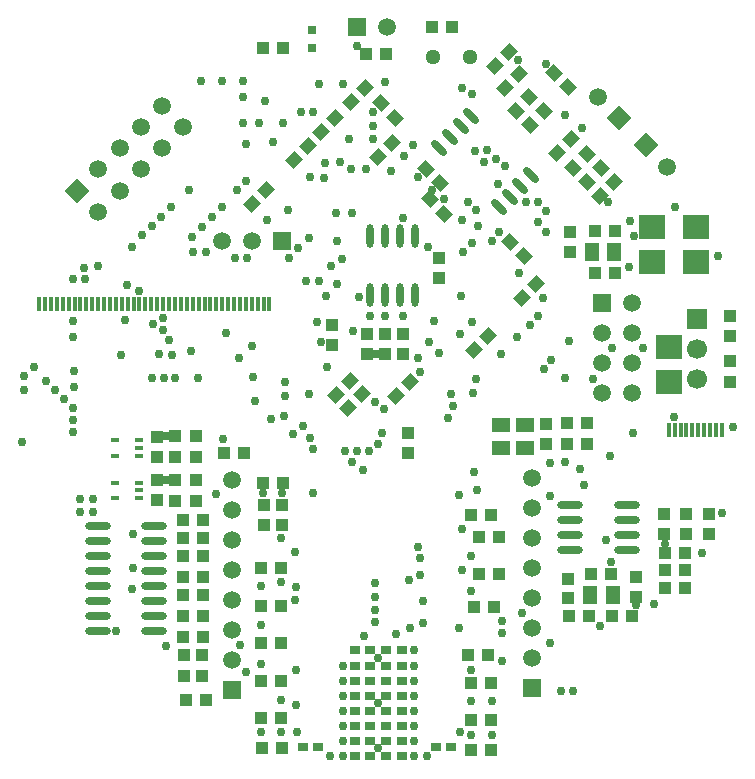
<source format=gts>
%FSDAX23Y23*%
%MOIN*%
%SFA1B1*%

%IPPOS*%
%AMD13*
4,1,4,0.006900,-0.023600,0.023600,-0.006900,-0.006900,0.023600,-0.023600,0.006900,0.006900,-0.023600,0.0*
1,1,0.023600,0.015300,-0.015300*
1,1,0.023600,-0.015300,0.015300*
%
%AMD17*
4,1,4,-0.001300,0.029200,-0.029200,0.001300,0.001300,-0.029200,0.029200,-0.001300,-0.001300,0.029200,0.0*
%
%AMD18*
4,1,4,0.029200,0.001300,0.001300,0.029200,-0.029200,-0.001300,-0.001300,-0.029200,0.029200,0.001300,0.0*
%
%AMD35*
4,1,4,-0.041700,0.000000,0.000000,-0.041700,0.041700,0.000000,0.000000,0.041700,-0.041700,0.000000,0.0*
%
%AMD40*
4,1,4,0.000000,-0.041700,0.041700,0.000000,0.000000,0.041700,-0.041700,0.000000,0.000000,-0.041700,0.0*
%
%ADD10R,0.039400X0.043300*%
%ADD11R,0.043300X0.039400*%
%ADD12R,0.031500X0.031500*%
G04~CAMADD=13~3~0.0~0.0~236.0~669.0~0.0~0.0~0~0.0~0.0~0.0~0.0~0~0.0~0.0~0.0~0.0~0~0.0~0.0~0.0~225.0~540.0~540.0*
%ADD13D13*%
%ADD14O,0.023600X0.078700*%
%ADD15O,0.086600X0.023600*%
%ADD16R,0.027600X0.015700*%
G04~CAMADD=17~9~0.0~0.0~394.0~433.0~0.0~0.0~0~0.0~0.0~0.0~0.0~0~0.0~0.0~0.0~0.0~0~0.0~0.0~0.0~45.0~584.0~583.0*
%ADD17D17*%
G04~CAMADD=18~9~0.0~0.0~394.0~433.0~0.0~0.0~0~0.0~0.0~0.0~0.0~0~0.0~0.0~0.0~0.0~0~0.0~0.0~0.0~315.0~584.0~583.0*
%ADD18D18*%
%ADD19R,0.035400X0.027600*%
%ADD20R,0.059100X0.059100*%
%ADD21C,0.059100*%
%ADD22R,0.013800X0.049200*%
%ADD23R,0.086600X0.078700*%
%ADD24R,0.051200X0.059100*%
%ADD25R,0.059100X0.051200*%
%ADD26R,0.011800X0.049200*%
G04~CAMADD=35~10~0.0~590.4~0.0~0.0~0.0~0.0~0~0.0~0.0~0.0~0.0~0~0.0~0.0~0.0~0.0~0~0.0~0.0~0.0~135.0~590.4~0.0*
%ADD35D35*%
%ADD36C,0.051200*%
%ADD37R,0.059100X0.059100*%
%ADD38R,0.066900X0.066900*%
%ADD39C,0.066900*%
G04~CAMADD=40~10~0.0~590.4~0.0~0.0~0.0~0.0~0~0.0~0.0~0.0~0.0~0~0.0~0.0~0.0~0.0~0~0.0~0.0~0.0~225.0~590.4~0.0*
%ADD40D40*%
%ADD41C,0.030000*%
%LNde-020717-1*%
%LPD*%
G54D10*
X03885Y03148D03*
Y03081D03*
X03880Y01925D03*
Y01991D03*
X02865Y02171D03*
Y02238D03*
X03330Y02808D03*
Y02741D03*
X04105Y01998D03*
Y01931D03*
X02600Y01735D03*
Y01668D03*
X03210Y02741D03*
Y02808D03*
X03270Y02741D03*
Y02808D03*
X04420Y02715D03*
Y02648D03*
Y02801D03*
Y02868D03*
X03447Y03059D03*
Y02992D03*
X04350Y02207D03*
Y02140D03*
X04200Y02207D03*
Y02140D03*
X02509Y02319D03*
Y02252D03*
X02660Y01668D03*
Y01735D03*
X02509Y02464D03*
Y02397D03*
X03344Y02409D03*
Y02476D03*
X02925Y02238D03*
Y02171D03*
X03092Y02837D03*
Y02770D03*
X03805Y02441D03*
Y02508D03*
X04273Y02208D03*
Y02141D03*
G54D11*
X04268Y02077D03*
X04201D03*
X03943Y02510D03*
X03876D03*
X04025Y01866D03*
X04092D03*
X02637Y02321D03*
X02570D03*
Y02251D03*
X02637D03*
X02596Y01795D03*
X02663D03*
X02661Y01865D03*
X02594D03*
X02663Y01935D03*
X02596D03*
X02663Y01995D03*
X02596D03*
X02637Y02466D03*
X02570D03*
X02663Y02065D03*
X02596D03*
X02663Y02125D03*
X02596D03*
X02663Y02185D03*
X02596D03*
X02861Y03760D03*
X02928D03*
X02570Y02396D03*
X02637D03*
X03273Y03740D03*
X03206D03*
X04270Y01961D03*
X04203D03*
X04270Y02019D03*
X04203D03*
X04036Y03150D03*
X03969D03*
X04036Y03011D03*
X03969D03*
X03948Y01865D03*
X03881D03*
X04023Y02005D03*
X03956D03*
X02673Y01585D03*
X02606D03*
X02731Y02410D03*
X02798D03*
X03492Y03831D03*
X03425D03*
X02858Y01427D03*
X02925D03*
X02856Y01525D03*
X02923D03*
X02856Y01650D03*
X02923D03*
X02856Y01775D03*
X02923D03*
X02856Y01900D03*
X02923D03*
X02856Y02025D03*
X02923D03*
X03623Y02202D03*
X03556D03*
X03648Y02130D03*
X03581D03*
X03648Y02005D03*
X03581D03*
X03876Y02440D03*
X03943D03*
X03633Y01897D03*
X03566D03*
X03613Y01735D03*
X03546D03*
X03623Y01642D03*
X03556D03*
X03623Y01521D03*
X03556D03*
X03623Y01420D03*
X03556D03*
X02928Y02310D03*
X02861D03*
G54D12*
X03025Y03819D03*
Y03760D03*
G54D13*
X03649Y03229D03*
X03684Y03264D03*
X03720Y03300D03*
X03755Y03335D03*
X03450Y03428D03*
X03485Y03463D03*
X03521Y03499D03*
X03556Y03534D03*
G54D14*
X03219Y02936D03*
X03269D03*
X03319D03*
X03369D03*
X03219Y03133D03*
X03269D03*
X03319D03*
X03369D03*
G54D15*
X03886Y02235D03*
Y02185D03*
Y02135D03*
Y02085D03*
X04075Y02235D03*
Y02185D03*
Y02135D03*
Y02085D03*
X02500Y01815D03*
Y01865D03*
Y01915D03*
Y01965D03*
Y02015D03*
Y02065D03*
Y02115D03*
Y02165D03*
X02311Y01815D03*
Y01865D03*
Y01915D03*
Y01965D03*
Y02015D03*
Y02065D03*
Y02115D03*
Y02165D03*
G54D16*
X02449Y02260D03*
Y02286D03*
Y02311D03*
X02368D03*
Y02260D03*
X02449Y02401D03*
Y02427D03*
Y02452D03*
X02368D03*
Y02401D03*
G54D17*
X03752Y03504D03*
X03704Y03551D03*
X03878Y03631D03*
X03831Y03678D03*
X03942Y03313D03*
X03895Y03360D03*
X03256Y03575D03*
X03303Y03528D03*
X03453Y03311D03*
X03406Y03358D03*
X03750Y03597D03*
X03798Y03550D03*
X03941Y03406D03*
X03988Y03359D03*
X03733Y03066D03*
X03686Y03113D03*
X03466Y03208D03*
X03419Y03255D03*
G54D18*
X03984Y03267D03*
X04031Y03314D03*
X03056Y03481D03*
X03103Y03528D03*
X03714Y03674D03*
X03667Y03627D03*
X03888Y03458D03*
X03841Y03411D03*
X03683Y03748D03*
X03636Y03701D03*
X03613Y02801D03*
X03566Y02754D03*
X03306Y02601D03*
X03353Y02648D03*
X03193Y02608D03*
X03146Y02561D03*
X03151Y02650D03*
X03104Y02603D03*
X03772Y02972D03*
X03725Y02925D03*
X03156Y03581D03*
X03203Y03628D03*
X02966Y03386D03*
X03013Y03433D03*
X02826Y03241D03*
X02873Y03288D03*
X03244Y03395D03*
X03291Y03442D03*
G54D19*
X03167Y01753D03*
X03219D03*
X03324D03*
X03273D03*
X03167Y01701D03*
X03219D03*
X03167Y01651D03*
X03219D03*
X03167Y01601D03*
X03219D03*
X03167Y01551D03*
X03219D03*
X03167Y01501D03*
X03219D03*
X03167Y01451D03*
X03219D03*
X03167Y01401D03*
X03219D03*
X03045Y01430D03*
X02994D03*
X03439D03*
X03490D03*
X03324Y01401D03*
X03273D03*
X03324Y01451D03*
X03273D03*
X03324Y01501D03*
X03273D03*
X03324Y01551D03*
X03273D03*
X03324Y01601D03*
X03273D03*
X03324Y01651D03*
X03273D03*
X03324Y01701D03*
X03273D03*
G54D20*
X02925Y03115D03*
X03175Y03830D03*
G54D21*
X02825Y03115D03*
X02725D03*
X02596Y03496D03*
X02525Y03567D03*
Y03425D03*
X02455Y03496D03*
Y03355D03*
X02384Y03425D03*
Y03284D03*
X02313Y03355D03*
Y03213D03*
X03275Y03830D03*
X03760Y02325D03*
Y02225D03*
Y02125D03*
Y02025D03*
Y01925D03*
Y01825D03*
Y01725D03*
X02757Y02321D03*
Y02221D03*
Y02121D03*
Y02021D03*
Y01921D03*
Y01821D03*
Y01721D03*
X03979Y03595D03*
X04210Y03364D03*
X04093Y02911D03*
X03993Y02811D03*
X04093D03*
X03993Y02711D03*
X04093D03*
X03993Y02611D03*
X04093D03*
G54D22*
X04214Y02485D03*
X04234D03*
X04254D03*
X04273D03*
X04293D03*
X04313D03*
X04332D03*
X04352D03*
X04372D03*
X04393D03*
G54D23*
X04215Y02645D03*
Y02764D03*
X04305Y03045D03*
Y03164D03*
X04160Y03045D03*
Y03164D03*
G54D24*
X03957Y03080D03*
X04032D03*
X03952Y01935D03*
X04027D03*
G54D25*
X03735Y02427D03*
Y02502D03*
X03655Y02427D03*
Y02502D03*
G54D26*
X02116Y02905D03*
X02135D03*
X02155D03*
X02175D03*
X02194D03*
X02214D03*
X02234D03*
X02253D03*
X02273D03*
X02293D03*
X02312D03*
X02332D03*
X02352D03*
X02371D03*
X02391D03*
X02411D03*
X02431D03*
X02450D03*
X02470D03*
X02490D03*
X02509D03*
X02529D03*
X02549D03*
X02568D03*
X02588D03*
X02608D03*
X02627D03*
X02647D03*
X02667D03*
X02686D03*
X02706D03*
X02726D03*
X02745D03*
X02765D03*
X02785D03*
X02805D03*
X02824D03*
X02844D03*
X02864D03*
X02883D03*
G54D35*
X02242Y03284D03*
G54D36*
X03429Y03730D03*
X03551D03*
G54D37*
X03760Y01625D03*
X02757Y01621D03*
X03993Y02911D03*
G54D38*
X04310Y02855D03*
G54D39*
X04310Y02755D03*
Y02655D03*
G54D40*
X04050Y03525D03*
X04140Y03435D03*
G54D41*
X02230Y02795D03*
Y02850D03*
X02390Y02735D03*
X02495Y02840D03*
X02530Y02860D03*
X02548Y02788D03*
X02265Y03026D03*
X02268Y02989D03*
X02311Y03032D03*
X02515Y02740D03*
X02251Y02213D03*
X02294D03*
X02251Y02256D03*
X02294D03*
X04083Y03030D03*
X03805Y03145D03*
X03817Y02378D03*
Y02266D03*
X02706Y02272D03*
X03711Y03720D03*
X03926Y03492D03*
X03870Y03537D03*
X03544Y03245D03*
X03571Y03219D03*
X03465Y03258D03*
X03424Y03288D03*
X03574Y02287D03*
X03411Y03095D03*
X02850Y03510D03*
X03525Y03185D03*
X03220Y02865D03*
X03568Y03417D03*
X03330Y02865D03*
X02972Y01569D03*
Y01963D03*
X02925Y02275D03*
X02970Y02080D03*
X02923Y01980D03*
Y02125D03*
X03563Y02609D03*
X03395Y01915D03*
X03710Y02795D03*
X03515Y02270D03*
X03780Y02865D03*
X03526Y02021D03*
X03489Y02607D03*
X03571Y02655D03*
X03624Y01469D03*
X03556Y01470D03*
X03027Y02423D03*
X03304Y01806D03*
X03351Y01825D03*
X03395Y01844D03*
X03386Y02003D03*
X03478Y02526D03*
X03415Y02779D03*
X03447Y02744D03*
X03127Y01701D03*
X03365Y01752D03*
Y01700D03*
Y01651D03*
Y01599D03*
Y01550D03*
Y01501D03*
Y01450D03*
Y01400D03*
X03127Y01401D03*
Y01451D03*
Y01501D03*
Y01551D03*
Y01601D03*
Y01651D03*
X03195Y02354D03*
X03110Y02972D03*
X03410Y01400D03*
X03556Y01584D03*
Y01687D03*
X03555Y01950D03*
Y02067D03*
X03624Y01582D03*
X03270Y02865D03*
X02691Y03196D03*
X03650Y03145D03*
X03715Y03010D03*
X03260Y02475D03*
X03265Y02555D03*
X03075Y02695D03*
X03015Y02605D03*
X03235Y02580D03*
X02875Y03185D03*
X03020Y03330D03*
X03070Y03375D03*
X03150Y03455D03*
X03230Y03545D03*
Y03500D03*
X03030Y03545D03*
X03520Y02808D03*
X03560Y02845D03*
X03380Y03330D03*
X03055Y02780D03*
X03235Y01975D03*
Y01930D03*
X03350Y01985D03*
X03385Y02060D03*
X03525Y02155D03*
X03200Y01800D03*
X02730Y02455D03*
X02835Y02583D03*
X03020Y02460D03*
X02994Y02500D03*
X02961Y02474D03*
X02932Y02533D03*
X02935Y02600D03*
X03235Y01885D03*
X02888Y02524D03*
X02935Y02645D03*
X03235Y01845D03*
X03379Y02726D03*
X03385Y02681D03*
X03646Y03306D03*
X03656Y02739D03*
X03660Y01715D03*
Y01810D03*
Y01850D03*
X03725Y01875D03*
X03600Y03380D03*
X03610Y03420D03*
X03230Y03455D03*
X03515Y01825D03*
X02970Y01920D03*
X03560Y03605D03*
X03525Y03625D03*
X02521Y03197D03*
X02460Y03135D03*
X02625Y03130D03*
X02658Y03163D03*
X02491Y03166D03*
X02556Y03229D03*
X02724D03*
X02615Y03285D03*
X02775D03*
X02170Y02620D03*
X02140Y02650D03*
X02100Y02695D03*
X02065Y02665D03*
X02425Y03095D03*
X02630Y03080D03*
X02200Y02590D03*
X02065Y02620D03*
X02060Y02445D03*
X02230Y02560D03*
Y02520D03*
Y02480D03*
X02923Y01587D03*
Y01480D03*
X02972Y01686D03*
X02855Y01480D03*
Y01705D03*
Y01835D03*
Y01965D03*
X03740Y03245D03*
X03780D03*
X03670Y03365D03*
X03805Y03215D03*
X03780Y03180D03*
X03640Y03390D03*
X04380Y03065D03*
X04235Y03230D03*
X02805Y03440D03*
X03530Y03080D03*
X03065Y03325D03*
X02895Y03445D03*
X03751Y02837D03*
X03521Y02933D03*
X03795Y02925D03*
X03379Y02097D03*
X03027Y02276D03*
X04094Y02476D03*
X04429Y02498D03*
X04326Y02078D03*
X04201Y02107D03*
X04393Y02210D03*
X03820Y01777D03*
X03932Y02304D03*
X03126Y03058D03*
X03014Y03125D03*
X02980Y03092D03*
X02947Y03060D03*
X02430Y02140D03*
Y02025D03*
X03120Y03380D03*
X02945Y03220D03*
X03580Y03165D03*
X03870Y02660D03*
X02805Y03315D03*
X02795Y03510D03*
X02868Y03584D03*
X02795Y03595D03*
X02655Y03650D03*
X02795D03*
X02725D03*
X03495Y02565D03*
X03087Y03034D03*
X03110Y03115D03*
X03105Y03210D03*
X03160D03*
X03155Y03355D03*
X03205D03*
X03050Y03640D03*
X02930Y03510D03*
X02990Y03545D03*
X03175Y03765D03*
X03130Y03640D03*
X03270Y03645D03*
X02623Y02751D03*
X02533Y02660D03*
X02570D03*
X02805Y01680D03*
X02785Y01770D03*
X03520Y01480D03*
X02975D03*
X03085Y01400D03*
X04165Y01905D03*
X03855Y01615D03*
X03895D03*
X02740Y02811D03*
X02425Y01955D03*
X03625Y03115D03*
X03560Y03110D03*
X03962Y02657D03*
X03882Y02782D03*
X03797Y02691D03*
X03823Y02719D03*
X03363Y03436D03*
X04025Y02760D03*
X04129Y02761D03*
X03244Y01428D03*
X03246Y01576D03*
X03245Y01728D03*
X02373Y01816D03*
X02539Y01768D03*
X02538Y02319D03*
Y02466D03*
X02862Y02276D03*
X04006Y02120D03*
X04104Y01903D03*
X04022Y02046D03*
X03918Y02357D03*
X03157Y02380D03*
X03135Y02417D03*
X03174Y02416D03*
X03214Y02415D03*
X03246Y02439D03*
X03240Y02741D03*
X04097Y03132D03*
X04012Y03246D03*
X03805Y03708D03*
X03986Y01834D03*
X03162Y02816D03*
X03433Y02850D03*
X04084Y03184D03*
X03566Y02345D03*
X03870Y02379D03*
X03331Y03401D03*
X04020Y02401D03*
X04233Y02530D03*
X03329Y03194D03*
X03288Y03349D03*
X02231Y02631D03*
X02233Y02683D03*
X02491Y02659D03*
X02402Y02852D03*
X03042Y02846D03*
X02826Y02765D03*
X03182Y02929D03*
X03006Y02984D03*
X03048Y02983D03*
X03072Y02932D03*
X02559Y02738D03*
X02230Y02990D03*
X02809Y03061D03*
X02770D03*
X02671Y03080D03*
X02408Y02969D03*
X02448Y02951D03*
X02830Y02664D03*
X02782Y02726D03*
X02645Y02660D03*
X02529Y02820D03*
M02*
</source>
